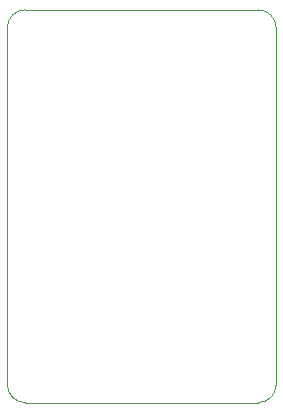
<source format=gbr>
%TF.GenerationSoftware,KiCad,Pcbnew,8.0.2*%
%TF.CreationDate,2024-08-03T15:43:08+02:00*%
%TF.ProjectId,ant control board v1.3,616e7420-636f-46e7-9472-6f6c20626f61,1.1*%
%TF.SameCoordinates,Original*%
%TF.FileFunction,Profile,NP*%
%FSLAX46Y46*%
G04 Gerber Fmt 4.6, Leading zero omitted, Abs format (unit mm)*
G04 Created by KiCad (PCBNEW 8.0.2) date 2024-08-03 15:43:08*
%MOMM*%
%LPD*%
G01*
G04 APERTURE LIST*
%TA.AperFunction,Profile*%
%ADD10C,0.050000*%
%TD*%
%TA.AperFunction,Profile*%
%ADD11C,0.100000*%
%TD*%
G04 APERTURE END LIST*
D10*
X137250000Y-69750000D02*
G75*
G02*
X138750000Y-68250000I1500000J0D01*
G01*
D11*
X138750000Y-68250000D02*
X158500000Y-68250000D01*
D10*
X138750000Y-101500000D02*
G75*
G02*
X137250000Y-100000000I0J1500000D01*
G01*
D11*
X160000000Y-69750000D02*
X160000000Y-100000000D01*
D10*
X158500000Y-68250000D02*
G75*
G02*
X160000000Y-69750000I0J-1500000D01*
G01*
D11*
X137250000Y-100000000D02*
X137250000Y-69750000D01*
X158500000Y-101500000D02*
X138750000Y-101500000D01*
D10*
X160000000Y-100000000D02*
G75*
G02*
X158500000Y-101500000I-1500000J0D01*
G01*
M02*

</source>
